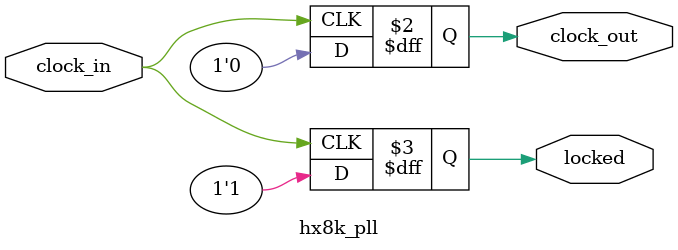
<source format=v>
`timescale 1ns/1ps
/**
 * PLL configuration
 *
 * This Verilog module was generated automatically
 * using the icepll tool from the IceStorm project.
 * Use at your own risk.
 *
 * Given input frequency:        12.000 MHz
 * Requested output frequency:   48.000 MHz
 * Achieved output frequency:    48.000 MHz
 */

module hx8k_pll(
	input wire clock_in,
	output reg clock_out,
	output reg locked
	);

always @(posedge clock_in) begin
	locked = 1'b1;
	clock_out = 1'b1;
	#20.833 clock_out = 1'b0;
	#20.833 clock_out = 1'b1;
	#20.833 clock_out = 1'b0;
	#20.833 clock_out = 1'b1;
	#20.833 clock_out = 1'b0;
	#20.833 clock_out = 1'b1;
	#20.833 clock_out = 1'b0;
	#20.833;
end

endmodule

</source>
